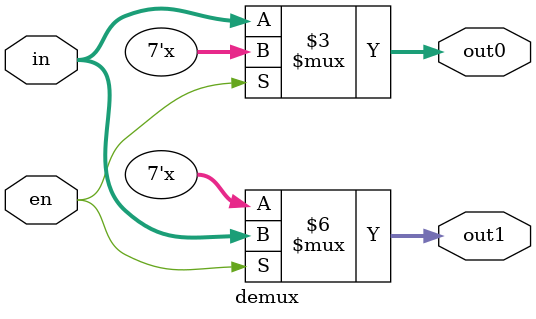
<source format=sv>
/*
demux.sv

Synchronous enabled mux with 2 outputs
Intentionally leaves one output undriven
All inputs and outputs are 7 bits wide

Madeleine Kan
mkan@hmc.edu
7 September, 2025
*/
`timescale 1ns/1ns
module demux(
	input logic [6:0] in,
	input logic en,
	output logic [6:0] out0, out1
);
	always @(en) begin
		if (en) out1 <= in;
		else out0 <= in;
	end
endmodule
</source>
